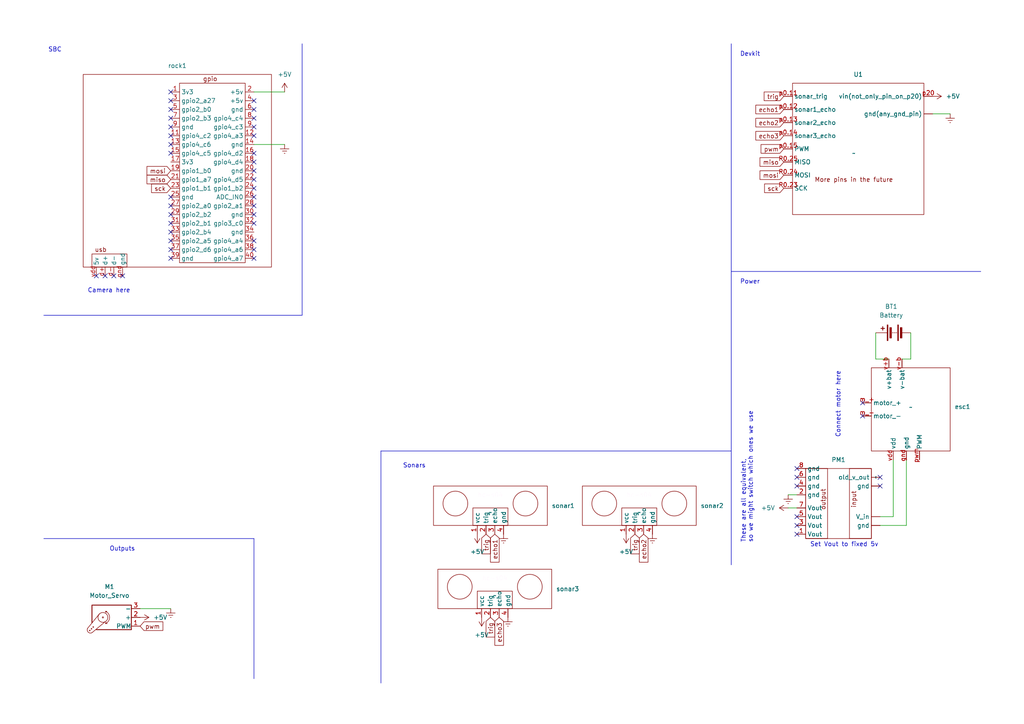
<source format=kicad_sch>
(kicad_sch (version 20230121) (generator eeschema)
  (paper "A4")
  (lib_symbols
    (symbol "Device:Battery" (pin_numbers hide) (pin_names (offset 0) hide)
      (property "Reference" "BT" (at 2.54 2.54 0))
      (property "Value" "Battery" (at 2.54 0 0))
      (symbol "Battery_0_1"
        (rectangle (start -2.286 -1.27) (end 2.286 -1.524) (fill (type outline)))
        (rectangle (start -2.286 1.778) (end 2.286 1.524) (fill (type outline)))
        (rectangle (start -1.524 -2.032) (end 1.524 -2.54) (fill (type outline)))
        (rectangle (start -1.524 1.016) (end 1.524 0.508) (fill (type outline)))
        (polyline (pts (xy 0 -1.016) (xy 0 -0.762)))
        (polyline (pts (xy 0 -0.508) (xy 0 -0.254)))
        (polyline (pts (xy 0 0) (xy 0 0.254)))
        (polyline (pts (xy 0 1.778) (xy 0 2.54)))
        (polyline (pts (xy 0.762 3.048) (xy 1.778 3.048)) (stroke (width 0.254)))
        (polyline (pts (xy 1.27 3.556) (xy 1.27 2.54)) (stroke (width 0.254)))
      )
      (symbol "Battery_1_1"
        (pin passive line (at 0 5.08 270) (length 2.54) (name "+") (number "1"))
        (pin passive line (at 0 -5.08 90) (length 2.54) (name "-") (number "2"))
      )
    )
    (symbol "Motor:Motor_Servo" (pin_names (offset 0.0254))
      (property "Reference" "M" (at -5.08 4.445 0))
      (property "Value" "Motor_Servo" (at -5.08 -4.064 0))
      (symbol "Motor_Servo_0_1"
        (polyline (pts (xy 2.413 -1.778) (xy 2.032 -1.778)))
        (polyline (pts (xy 2.413 -1.778) (xy 2.286 -1.397)))
        (polyline (pts (xy 2.413 1.778) (xy 1.905 1.778)))
        (polyline (pts (xy 2.413 1.778) (xy 2.286 1.397)))
        (polyline (pts (xy 6.35 4.445) (xy 2.54 1.27)))
        (polyline (pts (xy 7.62 3.175) (xy 4.191 -1.016)))
        (polyline (pts (xy 5.08 3.556) (xy -5.08 3.556) (xy -5.08 -3.556) (xy 6.35 -3.556) (xy 6.35 1.524)) (stroke (width 0.254)))
        (arc (start 2.413 1.778) (mid 1.2406 0) (end 2.413 -1.778))
        (circle (center 3.175 0) (radius 0.1778))
        (circle (center 3.175 0) (radius 1.4224))
        (circle (center 5.969 2.794) (radius 0.127))
        (circle (center 6.477 3.302) (radius 0.127))
        (circle (center 6.985 3.81) (radius 0.127))
        (arc (start 7.62 3.175) (mid 7.4485 4.2735) (end 6.35 4.445))
      )
      (symbol "Motor_Servo_1_1"
        (pin passive line (at -7.62 2.54 0) (length 2.54) (name "PWM") (number "1"))
        (pin passive line (at -7.62 0 0) (length 2.54) (name "+") (number "2"))
        (pin passive line (at -7.62 -2.54 0) (length 2.54) (name "-") (number "3"))
      )
    )
    (symbol "locals:DFR0205"
      (property "Reference" "PM" (at -7.62 10.16 0))
      (symbol "DFR0205_0_1"
        (rectangle (start -17.78 7.62) (end 2.54 1.27))
        (rectangle (start -17.78 20.32) (end 2.54 1.27))
        (rectangle (start -17.78 20.32) (end 2.54 13.97))
      )
      (symbol "DFR0205_1_1"
        (text "input" (at -6.35 6.35 0) (effects (font (size 1.27 1.27))))
        (text "output\n" (at -6.35 15.24 0) (effects (font (size 1.27 1.27))))
        (pin power_in line (at -11.43 -1.27 90) (length 2.54) (name "V_in") (number ""))
        (pin power_in line (at -13.97 -1.27 90) (length 2.54) (name "gnd") (number ""))
        (pin power_in line (at -2.54 -1.27 90) (length 2.54) (name "gnd") (number ""))
        (pin power_out line (at 0 -1.27 90) (length 2.54) (name "old_v_out") (number ""))
        (pin power_out line (at -16.51 22.86 270) (length 2.54) (name "Vout") (number "1"))
        (pin input line (at -5.08 22.86 270) (length 2.54) (name "gnd") (number "2"))
        (pin power_out line (at -13.97 22.86 270) (length 2.54) (name "Vout") (number "3"))
        (pin input line (at -2.54 22.86 270) (length 2.54) (name "gnd") (number "4"))
        (pin power_out line (at -11.43 22.86 270) (length 2.54) (name "Vout") (number "5"))
        (pin input line (at 0 22.86 270) (length 2.54) (name "gnd") (number "6"))
        (pin power_out line (at -8.89 22.86 270) (length 2.54) (name "Vout") (number "7"))
        (pin input line (at 2.54 22.86 270) (length 2.54) (name "gnd") (number "8"))
      )
    )
    (symbol "locals:hc-s04"
      (property "Reference" "sonar" (at 0 8.89 0))
      (symbol "hc-s04_0_1"
        (rectangle (start -16.51 7.62) (end 16.51 -3.81))
        (circle (center -10.16 2.54) (radius 3.5921))
        (rectangle (start -5.08 1.27) (end 5.08 -3.81))
        (circle (center 10.16 2.54) (radius 3.5921))
      )
      (symbol "hc-s04_1_1"
        (text "hc-s04" (at 0 5.08 0) (effects (font (size 1.27 1.27))))
        (pin power_in line (at -3.81 -6.35 90) (length 2.54) (name "vcc") (number "1"))
        (pin input line (at -1.27 -6.35 90) (length 2.54) (name "trig") (number "2"))
        (pin output line (at 1.27 -6.35 90) (length 2.54) (name "echo") (number "3"))
        (pin power_in line (at 3.81 -6.35 90) (length 2.54) (name "gnd") (number "4"))
      )
    )
    (symbol "locals:nrf52840_dk"
      (property "Reference" "U" (at 0 0 0))
      (symbol "nrf52840_dk_0_1"
        (rectangle (start -17.78 20.32) (end 20.32 -17.78))
      )
      (symbol "nrf52840_dk_1_1"
        (text "More pins in the future\n" (at 0 -7.62 0) (effects (font (size 1.27 1.27))))
        (pin power_in line (at 22.86 11.43 180) (length 2.54) (name "gnd(any_gnd_pin)") (number ""))
        (pin input line (at -20.32 -10.16 0) (length 2.54) (name "SCK") (number "P0.23"))
        (pin input line (at -20.32 -6.35 0) (length 2.54) (name "MOSI") (number "P0.24"))
        (pin output line (at -20.32 -2.54 0) (length 2.54) (name "MISO") (number "P0.25"))
        (pin output line (at -20.32 16.51 0) (length 2.54) (name "sonar_trig") (number "p0.11"))
        (pin input line (at -20.32 12.7 0) (length 2.54) (name "sonar1_echo") (number "p0.12"))
        (pin input line (at -20.32 8.89 0) (length 2.54) (name "sonar2_echo") (number "p0.13"))
        (pin input line (at -20.32 5.08 0) (length 2.54) (name "sonar3_echo") (number "p0.14"))
        (pin input line (at -20.32 1.27 0) (length 2.54) (name "PWM") (number "p0.15"))
        (pin power_in line (at 22.86 16.51 180) (length 2.54) (name "vin(not_only_pin_on_p20)") (number "p20"))
      )
    )
    (symbol "locals:rock_4_se"
      (property "Reference" "rock" (at 27.94 -31.75 0))
      (symbol "rock_4_se_0_0"
        (text "" (at 19.05 3.81 0) (effects (font (size 1.27 1.27))))
      )
      (symbol "rock_4_se_0_1"
        (rectangle (start -29.21 19.05) (end 25.4 -36.83))
        (rectangle (start -26.67 -33.02) (end -16.51 -36.83))
        (rectangle (start -1.27 16.51) (end 17.78 -35.56))
      )
      (symbol "rock_4_se_1_1"
        (text "gpio\n" (at 7.62 17.78 0) (effects (font (size 1.27 1.27))))
        (text "usb\n" (at -24.13 -31.75 0) (effects (font (size 1.27 1.27))))
        (pin output line (at -3.81 13.97 0) (length 2.54) (name "3v3") (number "1"))
        (pin bidirectional line (at -3.81 1.27 0) (length 2.54) (name "gpio4_c2") (number "11"))
        (pin bidirectional line (at 20.32 1.27 180) (length 2.54) (name "gpio4_a3") (number "12"))
        (pin bidirectional line (at -3.81 -1.27 0) (length 2.54) (name "gpio4_c6") (number "13"))
        (pin bidirectional line (at 20.32 -1.27 180) (length 2.54) (name "gnd") (number "14"))
        (pin bidirectional line (at -3.81 -3.81 0) (length 2.54) (name "gpio4_c5") (number "15"))
        (pin bidirectional line (at 20.32 -3.81 180) (length 2.54) (name "gpio4_d2") (number "16"))
        (pin output line (at -3.81 -6.35 0) (length 2.54) (name "3v3") (number "17"))
        (pin bidirectional line (at 20.32 -6.35 180) (length 2.54) (name "gpio4_d4") (number "18"))
        (pin bidirectional line (at -3.81 -8.89 0) (length 2.54) (name "gpio1_b0") (number "19"))
        (pin bidirectional line (at 20.32 13.97 180) (length 2.54) (name "+5v") (number "2"))
        (pin bidirectional line (at 20.32 -8.89 180) (length 2.54) (name "gnd") (number "20"))
        (pin bidirectional line (at -3.81 -11.43 0) (length 2.54) (name "gpio1_a7") (number "21"))
        (pin bidirectional line (at 20.32 -11.43 180) (length 2.54) (name "gpio4_d5") (number "22"))
        (pin bidirectional line (at -3.81 -13.97 0) (length 2.54) (name "gpio1_b1") (number "23"))
        (pin bidirectional line (at 20.32 -13.97 180) (length 2.54) (name "gpio1_b2") (number "24"))
        (pin bidirectional line (at -3.81 -16.51 0) (length 2.54) (name "gnd") (number "25"))
        (pin bidirectional line (at 20.32 -16.51 180) (length 2.54) (name "ADC_IN0") (number "26"))
        (pin bidirectional line (at -3.81 -19.05 0) (length 2.54) (name "gpio2_a0") (number "27"))
        (pin bidirectional line (at 20.32 -19.05 180) (length 2.54) (name "gpio2_a1") (number "28"))
        (pin bidirectional line (at -3.81 -21.59 0) (length 2.54) (name "gpio2_b2") (number "29"))
        (pin bidirectional line (at -3.81 11.43 0) (length 2.54) (name "gpio2_a27") (number "3"))
        (pin bidirectional line (at 20.32 -21.59 180) (length 2.54) (name "gnd") (number "30"))
        (pin bidirectional line (at -3.81 -24.13 0) (length 2.54) (name "gpio2_b1") (number "31"))
        (pin bidirectional line (at 20.32 -24.13 180) (length 2.54) (name "gpio3_c0") (number "32"))
        (pin bidirectional line (at -3.81 -26.67 0) (length 2.54) (name "gpio2_b4") (number "33"))
        (pin bidirectional line (at 20.32 -26.67 180) (length 2.54) (name "gnd") (number "34"))
        (pin bidirectional line (at -3.81 -29.21 0) (length 2.54) (name "gpio2_a5") (number "35"))
        (pin bidirectional line (at 20.32 -29.21 180) (length 2.54) (name "gpio4_a4") (number "36"))
        (pin bidirectional line (at -3.81 -31.75 0) (length 2.54) (name "gpio2_d6") (number "37"))
        (pin bidirectional line (at 20.32 -31.75 180) (length 2.54) (name "gpio4_a6") (number "38"))
        (pin bidirectional line (at -3.81 -34.29 0) (length 2.54) (name "gnd") (number "39"))
        (pin bidirectional line (at 20.32 11.43 180) (length 2.54) (name "+5v") (number "4"))
        (pin bidirectional line (at 20.32 -34.29 180) (length 2.54) (name "gpio4_a7") (number "40"))
        (pin bidirectional line (at -3.81 8.89 0) (length 2.54) (name "gpio2_b0") (number "5"))
        (pin bidirectional line (at 20.32 8.89 180) (length 2.54) (name "gnd") (number "6"))
        (pin bidirectional line (at -3.81 6.35 0) (length 2.54) (name "gpio2_b3") (number "7"))
        (pin bidirectional line (at 20.32 6.35 180) (length 2.54) (name "gpio4_c4") (number "8"))
        (pin bidirectional line (at -3.81 3.81 0) (length 2.54) (name "gnd") (number "9"))
        (pin bidirectional line (at 20.32 3.81 180) (length 2.54) (name "gpio4_c3") (number "9"))
        (pin bidirectional line (at -22.86 -39.37 90) (length 2.54) (name "d+") (number "d+"))
        (pin bidirectional line (at -20.32 -39.37 90) (length 2.54) (name "d-") (number "d-"))
        (pin bidirectional line (at -17.78 -39.37 90) (length 2.54) (name "gnd") (number "gnd"))
        (pin bidirectional line (at -25.4 -39.37 90) (length 2.54) (name "5v") (number "vdd"))
      )
    )
    (symbol "locals:wp-1040-brushed"
      (property "Reference" "esc" (at 1.27 0 0))
      (symbol "wp-1040-brushed_0_0"
        (text "" (at -3.81 12.7 0) (effects (font (size 1.27 1.27))))
      )
      (symbol "wp-1040-brushed_0_1"
        (rectangle (start -11.43 11.43) (end 11.43 -12.7))
      )
      (symbol "wp-1040-brushed_1_1"
        (pin bidirectional line (at -1.27 -15.24 90) (length 2.54) (name "gnd") (number "gnd"))
        (pin power_out line (at -13.97 1.27 0) (length 2.54) (name "motor_+") (number "m_+"))
        (pin power_out line (at -13.97 -2.54 0) (length 2.54) (name "motor_-") (number "m_-"))
        (pin input line (at 2.54 -15.24 90) (length 2.54) (name "PWM") (number "pwm"))
        (pin power_in line (at -6.35 13.97 270) (length 2.54) (name "v+bat") (number "v+b"))
        (pin input line (at -2.54 13.97 270) (length 2.54) (name "v-bat") (number "v-b"))
        (pin power_out line (at -5.08 -15.24 90) (length 2.54) (name "vdd") (number "vdd"))
      )
    )
    (symbol "power:+5V" (power) (pin_names (offset 0))
      (property "Value" "+5V" (at 0 3.556 0))
      (symbol "+5V_0_1"
        (polyline (pts (xy -0.762 1.27) (xy 0 2.54)))
        (polyline (pts (xy 0 0) (xy 0 2.54)))
        (polyline (pts (xy 0 2.54) (xy 0.762 1.27)))
      )
      (symbol "+5V_1_1"
        (pin power_in line (at 0 0 90) (length 0) hide (name "+5V") (number "1"))
      )
    )
    (symbol "power:Earth" (power) (pin_names (offset 0))
      (symbol "Earth_0_1"
        (polyline (pts (xy -0.635 -1.905) (xy 0.635 -1.905)))
        (polyline (pts (xy -0.127 -2.54) (xy 0.127 -2.54)))
        (polyline (pts (xy 0 -1.27) (xy 0 0)))
        (polyline (pts (xy 1.27 -1.27) (xy -1.27 -1.27)))
      )
      (symbol "Earth_1_1"
        (pin power_in line (at 0 0 270) (length 0) hide (name "Earth") (number "1"))
      )
    )
  )
  (no_connect (at 49.53 26.67))
  (no_connect (at 73.66 74.93))
  (no_connect (at 49.53 74.93))
  (no_connect (at 73.66 72.39))
  (no_connect (at 49.53 64.77))
  (no_connect (at 49.53 72.39))
  (no_connect (at 231.14 135.89))
  (no_connect (at 33.02 80.01))
  (no_connect (at 49.53 29.21))
  (no_connect (at 231.14 138.43))
  (no_connect (at 73.66 36.83))
  (no_connect (at 73.66 46.99))
  (no_connect (at 73.66 39.37))
  (no_connect (at 231.14 154.94))
  (no_connect (at 73.66 44.45))
  (no_connect (at 255.27 140.97))
  (no_connect (at 73.66 69.85))
  (no_connect (at 49.53 69.85))
  (no_connect (at 49.53 44.45))
  (no_connect (at 250.19 116.84))
  (no_connect (at 30.48 80.01))
  (no_connect (at 49.53 59.69))
  (no_connect (at 49.53 36.83))
  (no_connect (at 73.66 59.69))
  (no_connect (at 49.53 31.75))
  (no_connect (at 49.53 34.29))
  (no_connect (at 73.66 57.15))
  (no_connect (at 255.27 138.43))
  (no_connect (at 73.66 52.07))
  (no_connect (at 73.66 31.75))
  (no_connect (at 35.56 80.01))
  (no_connect (at 73.66 54.61))
  (no_connect (at 231.14 149.86))
  (no_connect (at 231.14 140.97))
  (no_connect (at 73.66 49.53))
  (no_connect (at 49.53 57.15))
  (no_connect (at 250.19 120.65))
  (no_connect (at 73.66 34.29))
  (no_connect (at 49.53 41.91))
  (no_connect (at 49.53 67.31))
  (no_connect (at 73.66 62.23))
  (no_connect (at 49.53 62.23))
  (no_connect (at 49.53 39.37))
  (no_connect (at 231.14 152.4))
  (no_connect (at 27.94 80.01))
  (no_connect (at 73.66 29.21))
  (no_connect (at 73.66 64.77))
  (wire (pts (xy 270.51 33.02) (xy 275.59 33.02)))
  (wire (pts (xy 254 96.52) (xy 254 104.14)))
  (polyline (pts (xy 73.66 156.21) (xy 73.66 196.85)))
  (polyline (pts (xy 212.09 12.7) (xy 212.09 78.74)))
  (polyline (pts (xy 110.49 130.81) (xy 212.09 130.81)))
  (polyline (pts (xy 87.63 12.7) (xy 87.63 91.44)))
  (wire (pts (xy 262.89 152.4) (xy 262.89 133.35)))
  (wire (pts (xy 73.66 41.91) (xy 82.55 41.91)))
  (wire (pts (xy 264.16 104.14) (xy 264.16 96.52)))
  (wire (pts (xy 261.62 104.14) (xy 264.16 104.14)))
  (polyline (pts (xy 12.7 156.21) (xy 73.66 156.21)))
  (polyline (pts (xy 284.48 78.74) (xy 212.09 78.74)))
  (wire (pts (xy 228.6 147.32) (xy 231.14 147.32)))
  (wire (pts (xy 228.6 143.51) (xy 231.14 143.51)))
  (wire (pts (xy 49.53 176.53) (xy 40.64 176.53)))
  (polyline (pts (xy 212.09 78.74) (xy 212.09 163.83)))
  (polyline (pts (xy 12.7 91.44) (xy 87.63 91.44)))
  (wire (pts (xy 259.08 133.35) (xy 259.08 149.86)))
  (wire (pts (xy 255.27 152.4) (xy 262.89 152.4)))
  (wire (pts (xy 254 104.14) (xy 257.81 104.14)))
  (wire (pts (xy 73.66 26.67) (xy 82.55 26.67)))
  (polyline (pts (xy 110.49 130.81) (xy 110.49 198.12)))
  (wire (pts (xy 259.08 149.86) (xy 255.27 149.86)))
  (text "Outputs\n" (at 31.75 160.02 0) (effects (font (size 1.27 1.27)) (justify left bottom)))
  (text "Camera here\n" (at 25.4 85.09 0) (effects (font (size 1.27 1.27)) (justify left bottom)))
  (text "Sonars\n" (at 116.84 135.89 0) (effects (font (size 1.27 1.27)) (justify left bottom)))
  (text "These are all equivalent,\nso we might switch which ones we use" (at 218.44 157.48 90) (effects (font (size 1.27 1.27)) (justify left bottom)))
  (text "Devkit\n" (at 214.63 16.51 0) (effects (font (size 1.27 1.27)) (justify left bottom)))
  (text "Connect motor here\n" (at 243.84 127 90) (effects (font (size 1.27 1.27)) (justify left bottom)))
  (text "Power\n" (at 214.63 82.55 0) (effects (font (size 1.27 1.27)) (justify left bottom)))
  (text "Set Vout to fixed 5v" (at 234.95 158.75 0) (effects (font (size 1.27 1.27)) (justify left bottom)))
  (text "SBC\n" (at 13.97 15.24 0) (effects (font (size 1.27 1.27)) (justify left bottom)))
  (global_label "miso" (shape input) (at 49.53 52.07 180) (property "Intersheetrefs" "${INTERSHEET_REFS}" (effects hide)))
  (global_label "mosi" (shape input) (at 227.33 50.8 180) (property "Intersheetrefs" "${INTERSHEET_REFS}" (effects hide)))
  (global_label "miso" (shape input) (at 227.33 46.99 180) (property "Intersheetrefs" "${INTERSHEET_REFS}" (effects hide)))
  (global_label "pwm" (shape input) (at 40.64 181.61 0) (property "Intersheetrefs" "${INTERSHEET_REFS}" (effects hide)))
  (global_label "echo3" (shape input) (at 144.78 179.07 270) (property "Intersheetrefs" "${INTERSHEET_REFS}" (effects hide)))
  (global_label "echo1" (shape input) (at 227.33 31.75 180) (property "Intersheetrefs" "${INTERSHEET_REFS}" (effects hide)))
  (global_label "sck" (shape input) (at 227.33 54.61 180) (property "Intersheetrefs" "${INTERSHEET_REFS}" (effects hide)))
  (global_label "trig" (shape input) (at 184.15 154.94 270) (property "Intersheetrefs" "${INTERSHEET_REFS}" (effects hide)))
  (global_label "pwm" (shape input) (at 227.33 43.18 180) (property "Intersheetrefs" "${INTERSHEET_REFS}" (effects hide)))
  (global_label "echo1" (shape input) (at 143.51 154.94 270) (property "Intersheetrefs" "${INTERSHEET_REFS}" (effects hide)))
  (global_label "trig" (shape input) (at 142.24 179.07 270) (property "Intersheetrefs" "${INTERSHEET_REFS}" (effects hide)))
  (global_label "trig" (shape input) (at 227.33 27.94 180) (property "Intersheetrefs" "${INTERSHEET_REFS}" (effects hide)))
  (global_label "sck" (shape input) (at 49.53 54.61 180) (property "Intersheetrefs" "${INTERSHEET_REFS}" (effects hide)))
  (global_label "echo3" (shape input) (at 227.33 39.37 180) (property "Intersheetrefs" "${INTERSHEET_REFS}" (effects hide)))
  (global_label "echo2" (shape input) (at 227.33 35.56 180) (property "Intersheetrefs" "${INTERSHEET_REFS}" (effects hide)))
  (global_label "trig" (shape input) (at 140.97 154.94 270) (property "Intersheetrefs" "${INTERSHEET_REFS}" (effects hide)))
  (global_label "mosi" (shape input) (at 49.53 49.53 180) (property "Intersheetrefs" "${INTERSHEET_REFS}" (effects hide)))
  (global_label "echo2" (shape input) (at 186.69 154.94 270) (property "Intersheetrefs" "${INTERSHEET_REFS}" (effects hide)))
  (symbol (lib_id "locals:hc-s04") (at 142.24 148.59 0) (unit 1)
    (property "Reference" "sonar1" (at 160.02 146.685 0) (effects (justify left)))
    (property "Value" "~" (at 142.24 148.59 0))
  )
  (symbol (lib_id "power:+5V") (at 138.43 154.94 180) (unit 1)
    (property "Reference" "#PWR08" (effects hide))
    (property "Value" "+5V" (at 138.43 160.02 0))
  )
  (symbol (lib_id "power:Earth") (at 189.23 154.94 0) (unit 1)
    (property "Reference" "#PWR010" (effects hide))
    (property "Value" "Earth" (effects hide))
  )
  (symbol (lib_id "power:+5V") (at 139.7 179.07 180) (unit 1)
    (property "Reference" "#PWR09" (effects hide))
    (property "Value" "+5V" (at 139.7 184.15 0))
  )
  (symbol (lib_id "power:+5V") (at 82.55 26.67 0) (mirror y) (unit 1)
    (property "Reference" "#PWR03" (effects hide))
    (property "Value" "+5V" (at 82.55 21.59 0))
  )
  (symbol (lib_id "Motor:Motor_Servo") (at 33.02 179.07 180) (unit 1)
    (property "Reference" "M1" (at 31.7611 170.18 0))
    (property "Value" "Motor_Servo" (at 31.7611 172.72 0))
    (property "Datasheet" "http://forums.parallax.com/uploads/attachments/46831/74481.png" (effects hide))
  )
  (symbol (lib_id "power:Earth") (at 49.53 176.53 0) (unit 1)
    (property "Reference" "#PWR06" (effects hide))
    (property "Value" "Earth" (effects hide))
  )
  (symbol (lib_id "power:Earth") (at 82.55 41.91 0) (unit 1)
    (property "Reference" "#PWR04" (effects hide))
    (property "Value" "Earth" (effects hide))
  )
  (symbol (lib_id "power:Earth") (at 146.05 154.94 0) (unit 1)
    (property "Reference" "#PWR011" (effects hide))
    (property "Value" "Earth" (effects hide))
  )
  (symbol (lib_id "locals:hc-s04") (at 143.51 172.72 0) (unit 1)
    (property "Reference" "sonar3" (at 161.29 170.815 0) (effects (justify left)))
    (property "Value" "~" (at 143.51 172.72 0))
  )
  (symbol (lib_id "locals:hc-s04") (at 185.42 148.59 0) (unit 1)
    (property "Reference" "sonar2" (at 203.2 146.685 0) (effects (justify left)))
    (property "Value" "~" (at 185.42 148.59 0))
  )
  (symbol (lib_id "power:Earth") (at 228.6 143.51 0) (unit 1)
    (property "Reference" "#PWR02" (effects hide))
    (property "Value" "Earth" (effects hide))
  )
  (symbol (lib_id "power:+5V") (at 181.61 154.94 180) (unit 1)
    (property "Reference" "#PWR07" (effects hide))
    (property "Value" "+5V" (at 181.61 160.02 0))
  )
  (symbol (lib_id "locals:wp-1040-brushed") (at 264.16 118.11 0) (unit 1)
    (property "Reference" "esc1" (at 276.86 117.9707 0) (effects (justify left)))
    (property "Value" "~" (at 264.16 118.11 0))
  )
  (symbol (lib_id "power:+5V") (at 40.64 179.07 270) (unit 1)
    (property "Reference" "#PWR05" (effects hide))
    (property "Value" "+5V" (at 44.45 179.07 90) (effects (justify left)))
  )
  (symbol (lib_id "locals:rock_4_se") (at 53.34 40.64 0) (unit 1)
    (property "Reference" "rock1" (at 51.435 19.05 0))
    (property "Value" "~" (at 53.34 40.64 0))
  )
  (symbol (lib_id "locals:nrf52840_dk") (at 247.65 44.45 0) (unit 1)
    (property "Reference" "U1" (at 248.92 21.59 0))
    (property "Value" "~" (at 247.65 44.45 0))
  )
  (symbol (lib_id "power:+5V") (at 228.6 147.32 90) (unit 1)
    (property "Reference" "#PWR01" (effects hide))
    (property "Value" "+5V" (at 224.79 147.32 90) (effects (justify left)))
  )
  (symbol (lib_id "Device:Battery") (at 259.08 96.52 90) (unit 1)
    (property "Reference" "BT1" (at 258.5085 88.9 90))
    (property "Value" "Battery" (at 258.5085 91.44 90))
  )
  (symbol (lib_id "locals:DFR0205") (at 254 138.43 90) (unit 1)
    (property "Reference" "PM1" (at 243.205 133.35 90))
    (property "Value" "~" (at 254 138.43 0))
  )
  (symbol (lib_id "power:Earth") (at 147.32 179.07 0) (unit 1)
    (property "Reference" "#PWR012" (effects hide))
    (property "Value" "Earth" (effects hide))
  )
  (symbol (lib_id "power:+5V") (at 270.51 27.94 270) (unit 1)
    (property "Reference" "#PWR014" (effects hide))
    (property "Value" "+5V" (at 274.32 27.94 90) (effects (justify left)))
  )
  (symbol (lib_id "power:Earth") (at 275.59 33.02 0) (mirror y) (unit 1)
    (property "Reference" "#PWR013" (effects hide))
    (property "Value" "Earth" (effects hide))
  )
)
</source>
